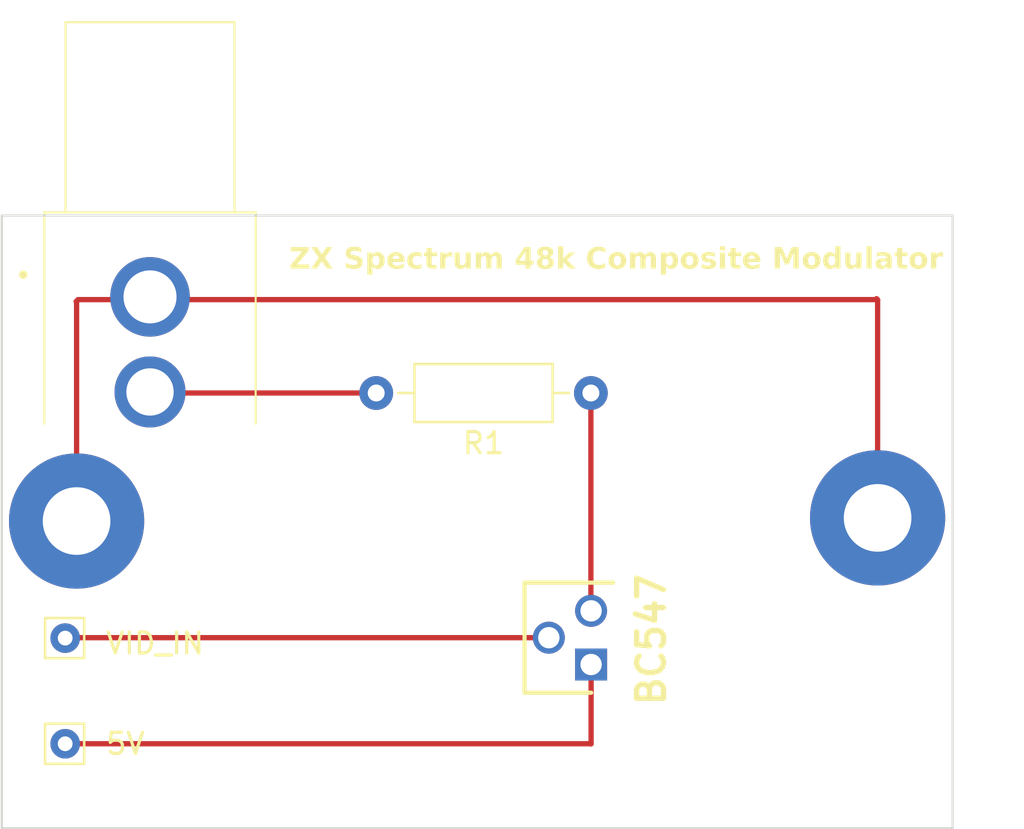
<source format=kicad_pcb>
(kicad_pcb (version 20241229) (generator "pcbnew") (generator_version "9.0")
  (title_block (title "ZX Spectrum Composite Modulator") (date "2026-01-24") (rev "1.0") (company "Submeson Brain Corporation"))
  (layers (0 "F.Cu" signal) (2 "B.Cu" signal) (13 "F.Paste" user) (15 "B.Paste" user) (5 "F.SilkS" user "F.Silkscreen") (7 "B.SilkS" user "B.Silkscreen") (1 "F.Mask" user) (3 "B.Mask" user) (25 "Edge.Cuts" user))
  (net 0 "")
  (net 1 "GND")
  (net 2 "Net-(J1-Pad2)")
  (net 3 "Net-(Q1-Pad1)")
  (net 4 "Net-(Q1-Pad3)")
  (net 5 "Net-(Q1-Pad2)")
  (footprint "Resistor_THT:R_Axial_DIN0207_L6.3mm_D2.5mm_P10.16mm_Horizontal" (layer "F.Cu") (at 86.88 44.4 180)
    (property "Reference" "R1" (at 5.08 -2.37 180) (layer "F.SilkS"))
    (property "Value" "100R")
    (fp_line (start 9.12 0) (end 8.35 0) (stroke (width 0.12)) (layer "F.SilkS"))
    (fp_line (start 8.35 1.37) (end 8.35 -1.37) (stroke (width 0.12)) (layer "F.SilkS"))
    (fp_line (start 8.35 -1.37) (end 1.81 -1.37) (stroke (width 0.12)) (layer "F.SilkS"))
    (fp_line (start 1.81 1.37) (end 8.35 1.37) (stroke (width 0.12)) (layer "F.SilkS"))
    (fp_line (start 1.81 -1.37) (end 1.81 1.37) (stroke (width 0.12)) (layer "F.SilkS"))
    (fp_line (start 1.04 0) (end 1.81 0) (stroke (width 0.12)) (layer "F.SilkS"))
    (pad "1" thru_hole circle (at 0 0 180) (size 1.6 1.6) (drill 0.8) (layers "*.Cu" "*.Mask") (net 4 "Net-(Q1-Pad3)"))
    (pad "2" thru_hole oval (at 10.16 0 180) (size 1.6 1.6) (drill 0.8) (layers "*.Cu" "*.Mask") (net 2 "Net-(J1-Pad2)"))
  )
  (footprint "MountingHole:MountingHole_3.2mm_M3_Pad" (layer "F.Cu") (at 100.45 50.31)
    (property "Reference" "H2" (hide yes))
    (property "Value" "MountingHole_Pad")
    (pad "1" thru_hole circle (at 0 0) (size 6.4 6.4) (drill 3.2) (layers "*.Cu" "*.Mask") (net 1 "GND"))
  )
  (footprint "MountingHole:MountingHole_3.2mm_M3_Pad" (layer "F.Cu") (at 62.54 50.46)
    (property "Reference" "H1" (hide yes))
    (property "Value" "MountingHole_Pad" (hide yes))
    (pad "1" thru_hole circle (at 0 0) (size 6.4 6.4) (drill 3.2) (layers "*.Cu" "*.Mask") (net 1 "GND"))
  )
  (footprint "SamacSys_Parts:TO127P419X482X1041-3P" (layer "F.Cu") (at 86.89 57.25 90)
    (property "Reference" "Q1" (hide yes))
    (property "Value" "BC547B" (hide yes))
    (fp_line (start 3.875 -3.15) (end -1.335 -3.15) (stroke (width 0.2)) (layer "F.SilkS"))
    (fp_line (start -1.335 -3.15) (end -1.335 0) (stroke (width 0.2)) (layer "F.SilkS"))
    (fp_line (start 3.875 1.04) (end 3.875 -3.15) (stroke (width 0.2)) (layer "F.SilkS"))
    (fp_text user "BC547 " (at 1.67 2.85 90) (layer "F.SilkS") (effects (font (size 1.27 1.27) (thickness 0.254))))
    (pad "1" thru_hole rect (at 0 0 90) (size 1.515 1.515) (drill 1.01) (layers "*.Cu" "*.Mask") (net 3 "Net-(Q1-Pad1)"))
    (pad "2" thru_hole circle (at 1.27 -2 90) (size 1.515 1.515) (drill 1.01) (layers "*.Cu" "*.Mask") (net 5 "Net-(Q1-Pad2)"))
    (pad "3" thru_hole circle (at 2.54 0 90) (size 1.515 1.515) (drill 1.01) (layers "*.Cu" "*.Mask") (net 4 "Net-(Q1-Pad3)"))
  )
  (footprint "Connector_Pin:Pin_D0.7mm_L6.5mm_W1.8mm_FlatFork" (layer "F.Cu") (at 62 61)
    (property "Reference" "TP2" (hide yes))
    (property "Value" "5V" (at 2.85 0 0) (layer "F.SilkS"))
    (fp_line (start -0.95 -0.95) (end -0.95 0.95) (stroke (width 0.12)) (layer "F.SilkS"))
    (fp_line (start -0.95 0.95) (end 0.9 0.95) (stroke (width 0.12)) (layer "F.SilkS"))
    (fp_line (start 0.9 -0.95) (end -0.95 -0.95) (stroke (width 0.12)) (layer "F.SilkS"))
    (fp_line (start 0.9 -0.9) (end 0.9 -0.95) (stroke (width 0.12)) (layer "F.SilkS"))
    (fp_line (start 0.9 0.95) (end 0.9 -0.9) (stroke (width 0.12)) (layer "F.SilkS"))
    (pad "1" thru_hole circle (at 0 0) (size 1.4 1.4) (drill 0.7) (layers "*.Cu" "*.Mask") (net 3 "Net-(Q1-Pad1)"))
  )
  (footprint "SamacSys_Parts:KLPX0848A2B" (layer "F.Cu") (at 66.015 39.85 -90)
    (property "Reference" "J1" (hide yes))
    (property "Value" "KLPX-0848A-2-B" (hide yes))
    (fp_line (start -1.1 6) (end -1.1 6) (stroke (width 0.3)) (layer "F.SilkS"))
    (fp_line (start -1 6) (end -1 6) (stroke (width 0.3)) (layer "F.SilkS"))
    (fp_line (start -4 5) (end 6 5) (stroke (width 0.1)) (layer "F.SilkS"))
    (fp_line (start -13 4) (end -4 4) (stroke (width 0.1)) (layer "F.SilkS"))
    (fp_line (start -13 -4) (end -13 4) (stroke (width 0.1)) (layer "F.SilkS"))
    (fp_line (start -4 -4) (end -13 -4) (stroke (width 0.1)) (layer "F.SilkS"))
    (fp_line (start -4 -5) (end -4 5) (stroke (width 0.1)) (layer "F.SilkS"))
    (fp_line (start -4 -5) (end 6 -5) (stroke (width 0.1)) (layer "F.SilkS"))
    (fp_arc (start -1.1 6) (mid -1.05 5.95) (end -1 6) (stroke (width 0.3)) (layer "F.SilkS"))
    (fp_arc (start -1 6) (mid -1.05 6.05) (end -1.1 6) (stroke (width 0.3)) (layer "F.SilkS"))
    (pad "1" thru_hole circle (at 0 0 270) (size 3.765 3.765) (drill 2.51) (layers "*.Cu" "*.Mask") (net 1 "GND"))
    (pad "2" thru_hole circle (at 4.5 0 270) (size 3.36 3.36) (drill 2.24) (layers "*.Cu" "*.Mask") (net 2 "Net-(J1-Pad2)"))
  )
  (footprint "Connector_Pin:Pin_D0.7mm_L6.5mm_W1.8mm_FlatFork" (layer "F.Cu") (at 62 56)
    (property "Reference" "TP1" (hide yes))
    (property "Value" "VID_IN" (at 4.25 0.25 0) (layer "F.SilkS"))
    (fp_line (start -0.95 -0.95) (end -0.95 0.95) (stroke (width 0.12)) (layer "F.SilkS"))
    (fp_line (start -0.95 0.95) (end 0.9 0.95) (stroke (width 0.12)) (layer "F.SilkS"))
    (fp_line (start 0.9 -0.95) (end -0.95 -0.95) (stroke (width 0.12)) (layer "F.SilkS"))
    (fp_line (start 0.9 -0.9) (end 0.9 -0.95) (stroke (width 0.12)) (layer "F.SilkS"))
    (fp_line (start 0.9 0.95) (end 0.9 -0.9) (stroke (width 0.12)) (layer "F.SilkS"))
    (pad "1" thru_hole circle (at 0 0) (size 1.4 1.4) (drill 0.7) (layers "*.Cu" "*.Mask") (net 5 "Net-(Q1-Pad2)"))
  )
  (gr_rect (start 59 36) (end 104 65) (stroke (width 0.1)) (fill no) (layer "Edge.Cuts"))
  (gr_text "ZX Spectrum 48k Composite Modulator" (at 72.5932 38.6842 0) (layer "F.SilkS") (effects (font (size 1 1)) (justify left bottom)))
  (segment (start 62.52 40.07) (end 62.54 40.09) (width 0.25) (layer "F.Cu") (net 1))
  (segment (start 100.36 39.98) (end 100.4 39.94) (width 0.25) (layer "F.Cu") (net 1))
  (segment (start 66.22 39.98) (end 100.36 39.98) (width 0.25) (layer "F.Cu") (net 1))
  (segment (start 62.54 40.09) (end 62.54 50.46) (width 0.25) (layer "F.Cu") (net 1))
  (segment (start 62.61 39.98) (end 62.52 40.07) (width 0.25) (layer "F.Cu") (net 1))
  (segment (start 66.22 39.98) (end 62.61 39.98) (width 0.25) (layer "F.Cu") (net 1))
  (segment (start 100.45 39.99) (end 100.45 50.31) (width 0.25) (layer "F.Cu") (net 1))
  (segment (start 100.4 39.94) (end 100.45 39.99) (width 0.25) (layer "F.Cu") (net 1))
  (segment (start 66 44.4) (end 76.72 44.4) (width 0.25) (layer "F.Cu") (net 2))
  (segment (start 86.89 57.25) (end 86.89 61) (width 0.25) (layer "F.Cu") (net 3))
  (segment (start 86.88 61.01) (end 86.87 61) (width 0.25) (layer "F.Cu") (net 3))
  (segment (start 86.89 61) (end 86.88 61.01) (width 0.25) (layer "F.Cu") (net 3))
  (segment (start 86.87 61) (end 62 61) (width 0.25) (layer "F.Cu") (net 3))
  (segment (start 86.88 54.7) (end 86.89 54.71) (width 0.25) (layer "F.Cu") (net 4))
  (segment (start 86.88 44.4) (end 86.88 54.7) (width 0.25) (layer "F.Cu") (net 4))
  (segment (start 62.02 55.98) (end 62 56) (width 0.25) (layer "F.Cu") (net 5))
  (segment (start 84.89 55.98) (end 62.02 55.98) (width 0.25) (layer "F.Cu") (net 5))
)
</source>
